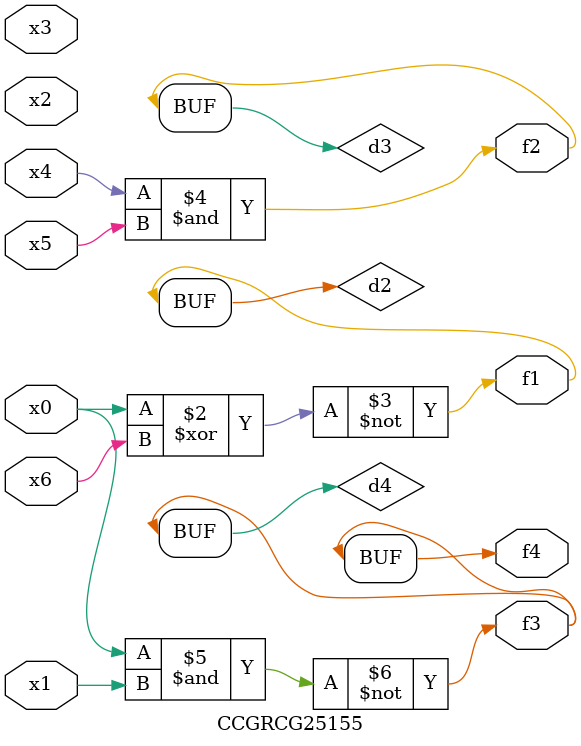
<source format=v>
module CCGRCG25155(
	input x0, x1, x2, x3, x4, x5, x6,
	output f1, f2, f3, f4
);

	wire d1, d2, d3, d4;

	nor (d1, x0);
	xnor (d2, x0, x6);
	and (d3, x4, x5);
	nand (d4, x0, x1);
	assign f1 = d2;
	assign f2 = d3;
	assign f3 = d4;
	assign f4 = d4;
endmodule

</source>
